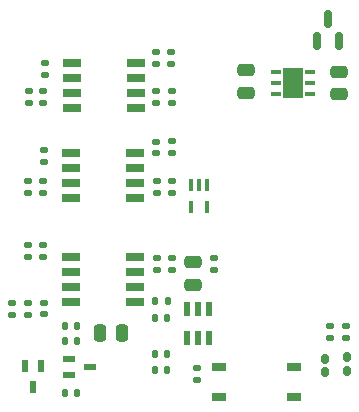
<source format=gbr>
%TF.GenerationSoftware,KiCad,Pcbnew,(6.0.8)*%
%TF.CreationDate,2023-06-01T04:28:43+02:00*%
%TF.ProjectId,BSPD-07,42535044-2d30-4372-9e6b-696361645f70,rev?*%
%TF.SameCoordinates,Original*%
%TF.FileFunction,Paste,Top*%
%TF.FilePolarity,Positive*%
%FSLAX46Y46*%
G04 Gerber Fmt 4.6, Leading zero omitted, Abs format (unit mm)*
G04 Created by KiCad (PCBNEW (6.0.8)) date 2023-06-01 04:28:43*
%MOMM*%
%LPD*%
G01*
G04 APERTURE LIST*
G04 Aperture macros list*
%AMRoundRect*
0 Rectangle with rounded corners*
0 $1 Rounding radius*
0 $2 $3 $4 $5 $6 $7 $8 $9 X,Y pos of 4 corners*
0 Add a 4 corners polygon primitive as box body*
4,1,4,$2,$3,$4,$5,$6,$7,$8,$9,$2,$3,0*
0 Add four circle primitives for the rounded corners*
1,1,$1+$1,$2,$3*
1,1,$1+$1,$4,$5*
1,1,$1+$1,$6,$7*
1,1,$1+$1,$8,$9*
0 Add four rect primitives between the rounded corners*
20,1,$1+$1,$2,$3,$4,$5,0*
20,1,$1+$1,$4,$5,$6,$7,0*
20,1,$1+$1,$6,$7,$8,$9,0*
20,1,$1+$1,$8,$9,$2,$3,0*%
G04 Aperture macros list end*
%ADD10RoundRect,0.135000X-0.185000X0.135000X-0.185000X-0.135000X0.185000X-0.135000X0.185000X0.135000X0*%
%ADD11RoundRect,0.135000X0.185000X-0.135000X0.185000X0.135000X-0.185000X0.135000X-0.185000X-0.135000X0*%
%ADD12RoundRect,0.135000X-0.135000X-0.185000X0.135000X-0.185000X0.135000X0.185000X-0.135000X0.185000X0*%
%ADD13RoundRect,0.250000X0.250000X0.475000X-0.250000X0.475000X-0.250000X-0.475000X0.250000X-0.475000X0*%
%ADD14RoundRect,0.147500X-0.172500X0.147500X-0.172500X-0.147500X0.172500X-0.147500X0.172500X0.147500X0*%
%ADD15R,1.528000X0.650000*%
%ADD16RoundRect,0.140000X0.170000X-0.140000X0.170000X0.140000X-0.170000X0.140000X-0.170000X-0.140000X0*%
%ADD17RoundRect,0.250000X0.475000X-0.250000X0.475000X0.250000X-0.475000X0.250000X-0.475000X-0.250000X0*%
%ADD18RoundRect,0.135000X0.135000X0.185000X-0.135000X0.185000X-0.135000X-0.185000X0.135000X-0.185000X0*%
%ADD19RoundRect,0.160000X0.160000X-0.222500X0.160000X0.222500X-0.160000X0.222500X-0.160000X-0.222500X0*%
%ADD20R,0.850000X0.300000*%
%ADD21R,1.700000X2.500000*%
%ADD22RoundRect,0.140000X-0.170000X0.140000X-0.170000X-0.140000X0.170000X-0.140000X0.170000X0.140000X0*%
%ADD23RoundRect,0.250000X-0.475000X0.250000X-0.475000X-0.250000X0.475000X-0.250000X0.475000X0.250000X0*%
%ADD24R,0.400000X1.050000*%
%ADD25R,1.200000X0.800000*%
%ADD26R,0.600000X1.300000*%
%ADD27R,0.500000X1.100000*%
%ADD28RoundRect,0.150000X0.150000X-0.587500X0.150000X0.587500X-0.150000X0.587500X-0.150000X-0.587500X0*%
%ADD29RoundRect,0.140000X-0.140000X-0.170000X0.140000X-0.170000X0.140000X0.170000X-0.140000X0.170000X0*%
%ADD30R,1.100000X0.500000*%
G04 APERTURE END LIST*
D10*
%TO.C,R18*%
X149349200Y-126007400D03*
X149349200Y-127027400D03*
%TD*%
D11*
%TO.C,R23*%
X176222400Y-128964800D03*
X176222400Y-127944800D03*
%TD*%
D12*
%TO.C,R15*%
X161463000Y-131724400D03*
X162483000Y-131724400D03*
%TD*%
D13*
%TO.C,C5*%
X158655800Y-128549400D03*
X156755800Y-128549400D03*
%TD*%
D14*
%TO.C,D2*%
X150676800Y-115722400D03*
X150676800Y-116692400D03*
%TD*%
D11*
%TO.C,R4*%
X161550800Y-109120400D03*
X161550800Y-108100400D03*
%TD*%
D15*
%TO.C,IC1*%
X154394800Y-105689400D03*
X154394800Y-106959400D03*
X154394800Y-108229400D03*
X154394800Y-109499400D03*
X159816800Y-109499400D03*
X159816800Y-108229400D03*
X159816800Y-106959400D03*
X159816800Y-105689400D03*
%TD*%
D16*
%TO.C,C4*%
X151990800Y-126997400D03*
X151990800Y-126037400D03*
%TD*%
D17*
%TO.C,C3*%
X164646800Y-124485400D03*
X164646800Y-122585400D03*
%TD*%
D11*
%TO.C,R5*%
X151946800Y-116740400D03*
X151946800Y-115720400D03*
%TD*%
%TO.C,R12*%
X166424800Y-123219400D03*
X166424800Y-122199400D03*
%TD*%
%TO.C,R7*%
X162868800Y-109120400D03*
X162868800Y-108100400D03*
%TD*%
D18*
%TO.C,R20*%
X154837600Y-129260600D03*
X153817600Y-129260600D03*
%TD*%
D19*
%TO.C,D4*%
X177644800Y-131795900D03*
X177644800Y-130650900D03*
%TD*%
%TO.C,D3*%
X175816000Y-131883800D03*
X175816000Y-130738800D03*
%TD*%
D11*
%TO.C,R11*%
X161598800Y-123283400D03*
X161598800Y-122263400D03*
%TD*%
D18*
%TO.C,R21*%
X154837600Y-133629400D03*
X153817600Y-133629400D03*
%TD*%
D15*
%TO.C,IC2*%
X154315800Y-113309400D03*
X154315800Y-114579400D03*
X154315800Y-115849400D03*
X154315800Y-117119400D03*
X159737800Y-117119400D03*
X159737800Y-115849400D03*
X159737800Y-114579400D03*
X159737800Y-113309400D03*
%TD*%
D20*
%TO.C,IC4*%
X174548200Y-108366600D03*
X174548200Y-107416600D03*
X174548200Y-106466600D03*
X171648200Y-106466600D03*
X171648200Y-107416600D03*
X171648200Y-108366600D03*
D21*
X173098200Y-107416600D03*
%TD*%
D22*
%TO.C,C2*%
X161548000Y-112372200D03*
X161548000Y-113332200D03*
%TD*%
D14*
%TO.C,D1*%
X150727600Y-108098000D03*
X150727600Y-109068000D03*
%TD*%
D23*
%TO.C,C6*%
X177035200Y-106466600D03*
X177035200Y-108366600D03*
%TD*%
D11*
%TO.C,R9*%
X162820800Y-105818400D03*
X162820800Y-104798400D03*
%TD*%
D24*
%TO.C,IC5*%
X165804800Y-116042400D03*
X165154800Y-116042400D03*
X164504800Y-116042400D03*
X164504800Y-117942400D03*
X165804800Y-117942400D03*
%TD*%
D15*
%TO.C,IC3*%
X159737800Y-125948400D03*
X159737800Y-124678400D03*
X159737800Y-123408400D03*
X159737800Y-122138400D03*
X154315800Y-122138400D03*
X154315800Y-123408400D03*
X154315800Y-124678400D03*
X154315800Y-125948400D03*
%TD*%
D25*
%TO.C,U2*%
X166874800Y-131495800D03*
X166874800Y-134035800D03*
X173174800Y-134035800D03*
X173174800Y-131495800D03*
%TD*%
D11*
%TO.C,R26*%
X151940000Y-122150600D03*
X151940000Y-121130600D03*
%TD*%
%TO.C,R10*%
X162894200Y-113336800D03*
X162894200Y-112316800D03*
%TD*%
D12*
%TO.C,R16*%
X161469800Y-125882400D03*
X162489800Y-125882400D03*
%TD*%
D18*
%TO.C,R14*%
X162483000Y-130327400D03*
X161463000Y-130327400D03*
%TD*%
D11*
%TO.C,R8*%
X162868800Y-116740400D03*
X162868800Y-115720400D03*
%TD*%
D23*
%TO.C,C7*%
X169161200Y-106339600D03*
X169161200Y-108239600D03*
%TD*%
D10*
%TO.C,R2*%
X152041600Y-113051400D03*
X152041600Y-114071400D03*
%TD*%
%TO.C,R19*%
X150670000Y-126032800D03*
X150670000Y-127052800D03*
%TD*%
D11*
%TO.C,R3*%
X151946800Y-109118400D03*
X151946800Y-108098400D03*
%TD*%
D10*
%TO.C,R22*%
X164995600Y-131544600D03*
X164995600Y-132564600D03*
%TD*%
%TO.C,R25*%
X150670000Y-121130600D03*
X150670000Y-122150600D03*
%TD*%
%TO.C,R1*%
X152092400Y-105685400D03*
X152092400Y-106705400D03*
%TD*%
D11*
%TO.C,R24*%
X177594000Y-128964800D03*
X177594000Y-127944800D03*
%TD*%
%TO.C,R6*%
X161598800Y-116740400D03*
X161598800Y-115720400D03*
%TD*%
D22*
%TO.C,C1*%
X161550800Y-104828400D03*
X161550800Y-105788400D03*
%TD*%
D26*
%TO.C,Q1*%
X166021800Y-126587400D03*
X165071800Y-126587400D03*
X164121800Y-126587400D03*
X164121800Y-128987400D03*
X165071800Y-128987400D03*
X166021800Y-128987400D03*
%TD*%
D27*
%TO.C,Q3*%
X151751800Y-131332400D03*
X150451800Y-131332400D03*
X151101800Y-133132400D03*
%TD*%
D28*
%TO.C,Q4*%
X175120000Y-103832900D03*
X177020000Y-103832900D03*
X176070000Y-101957900D03*
%TD*%
D11*
%TO.C,R13*%
X162868800Y-123283400D03*
X162868800Y-122263400D03*
%TD*%
D29*
%TO.C,C8*%
X153847600Y-127990600D03*
X154807600Y-127990600D03*
%TD*%
D12*
%TO.C,R17*%
X161463000Y-127279400D03*
X162483000Y-127279400D03*
%TD*%
D30*
%TO.C,Q2*%
X154138800Y-130795000D03*
X154138800Y-132095000D03*
X155938800Y-131445000D03*
%TD*%
M02*

</source>
